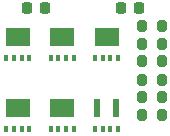
<source format=gbr>
%TF.GenerationSoftware,KiCad,Pcbnew,7.0.2-6a45011f42~172~ubuntu22.04.1*%
%TF.CreationDate,2023-05-29T23:07:21+12:00*%
%TF.ProjectId,THE_BRAWN-20A_POWER,5448455f-4252-4415-974e-2d3230415f50,v2.0*%
%TF.SameCoordinates,Original*%
%TF.FileFunction,Paste,Bot*%
%TF.FilePolarity,Positive*%
%FSLAX46Y46*%
G04 Gerber Fmt 4.6, Leading zero omitted, Abs format (unit mm)*
G04 Created by KiCad (PCBNEW 7.0.2-6a45011f42~172~ubuntu22.04.1) date 2023-05-29 23:07:21*
%MOMM*%
%LPD*%
G01*
G04 APERTURE LIST*
G04 Aperture macros list*
%AMRoundRect*
0 Rectangle with rounded corners*
0 $1 Rounding radius*
0 $2 $3 $4 $5 $6 $7 $8 $9 X,Y pos of 4 corners*
0 Add a 4 corners polygon primitive as box body*
4,1,4,$2,$3,$4,$5,$6,$7,$8,$9,$2,$3,0*
0 Add four circle primitives for the rounded corners*
1,1,$1+$1,$2,$3*
1,1,$1+$1,$4,$5*
1,1,$1+$1,$6,$7*
1,1,$1+$1,$8,$9*
0 Add four rect primitives between the rounded corners*
20,1,$1+$1,$2,$3,$4,$5,0*
20,1,$1+$1,$4,$5,$6,$7,0*
20,1,$1+$1,$6,$7,$8,$9,0*
20,1,$1+$1,$8,$9,$2,$3,0*%
G04 Aperture macros list end*
%ADD10RoundRect,0.200000X0.200000X0.275000X-0.200000X0.275000X-0.200000X-0.275000X0.200000X-0.275000X0*%
%ADD11RoundRect,0.200000X-0.200000X-0.275000X0.200000X-0.275000X0.200000X0.275000X-0.200000X0.275000X0*%
%ADD12R,0.400000X0.600000*%
%ADD13R,2.000000X1.550000*%
%ADD14RoundRect,0.225000X-0.225000X-0.250000X0.225000X-0.250000X0.225000X0.250000X-0.225000X0.250000X0*%
%ADD15R,0.500000X1.550000*%
G04 APERTURE END LIST*
D10*
%TO.C,R7*%
X152175000Y-155000000D03*
X150525000Y-155000000D03*
%TD*%
D11*
%TO.C,R12*%
X150525000Y-162500000D03*
X152175000Y-162500000D03*
%TD*%
D10*
%TO.C,R5*%
X152175000Y-159550000D03*
X150525000Y-159550000D03*
%TD*%
%TO.C,R9*%
X152175000Y-156475000D03*
X150525000Y-156475000D03*
%TD*%
D11*
%TO.C,R6*%
X150525000Y-161025000D03*
X152175000Y-161025000D03*
%TD*%
D12*
%TO.C,Q10*%
X142775000Y-157725000D03*
X143425000Y-157725000D03*
X144075000Y-157725000D03*
X144725000Y-157725000D03*
D13*
X143750000Y-155900000D03*
%TD*%
D12*
%TO.C,Q8*%
X139025000Y-157725000D03*
X139675000Y-157725000D03*
X140325000Y-157725000D03*
X140975000Y-157725000D03*
D13*
X140000000Y-155900000D03*
%TD*%
D10*
%TO.C,R11*%
X152175000Y-157950000D03*
X150525000Y-157950000D03*
%TD*%
D14*
%TO.C,C11*%
X148725000Y-153500000D03*
X150275000Y-153500000D03*
%TD*%
D12*
%TO.C,Q9*%
X139025000Y-163725000D03*
X139675000Y-163725000D03*
X140325000Y-163725000D03*
X140975000Y-163725000D03*
D13*
X140000000Y-161900000D03*
%TD*%
D12*
%TO.C,Q1*%
X146525000Y-157725000D03*
X147175000Y-157725000D03*
X147825000Y-157725000D03*
X148475000Y-157725000D03*
D13*
X147500000Y-155900000D03*
%TD*%
D12*
%TO.C,Q11*%
X142775000Y-163725000D03*
X143425000Y-163725000D03*
X144075000Y-163725000D03*
X144725000Y-163725000D03*
D13*
X143750000Y-161900000D03*
%TD*%
D14*
%TO.C,C13*%
X140725000Y-153500000D03*
X142275000Y-153500000D03*
%TD*%
D12*
%TO.C,Q4*%
X146525000Y-163725000D03*
X147175000Y-163725000D03*
D15*
X146725000Y-161900000D03*
D12*
X147825000Y-163725000D03*
X148475000Y-163725000D03*
D15*
X148275000Y-161900000D03*
%TD*%
M02*

</source>
